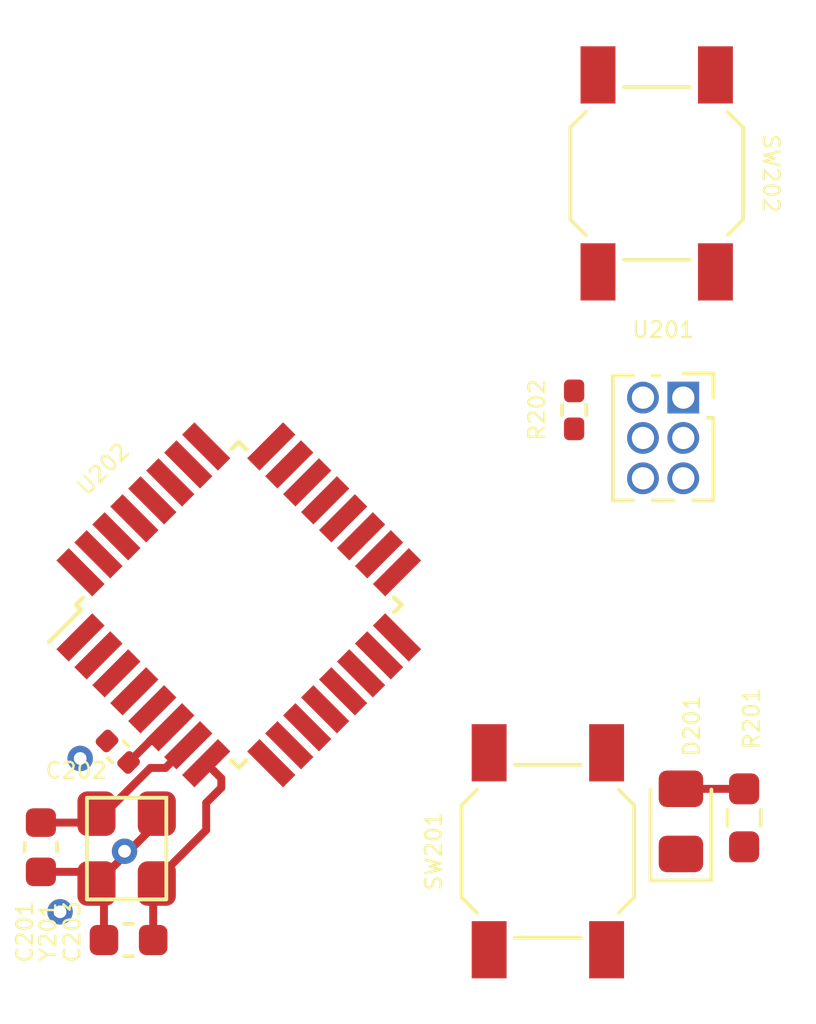
<source format=kicad_pcb>
(kicad_pcb (version 20221018) (generator pcbnew)
  (layers (0 "F.Cu" signal) (31 "B.Cu" signal) (34 "B.Paste" user) (35 "F.Paste" user) (36 "B.SilkS" user "B.Silkscreen") (37 "F.SilkS" user "F.Silkscreen") (38 "B.Mask" user) (39 "F.Mask" user) (44 "Edge.Cuts" user))
  (net 0 "")
  (net 1 "GND")
  (net 2 "/X1")
  (net 3 "/X2")
  (net 4 "/LED")
  (net 5 "Net-(D201-A)")
  (net 6 "/5V")
  (net 7 "/reset")
  (net 8 "/MOSI")
  (net 9 "/MISO")
  (net 10 "/D3")
  (net 11 "/D4")
  (net 12 "/D5")
  (net 13 "/D6")
  (net 14 "/D7")
  (net 15 "/D8")
  (net 16 "/D9")
  (net 17 "/D10")
  (net 18 "/A6")
  (net 19 "/A7")
  (net 20 "/A0")
  (net 21 "/A1")
  (net 22 "/A2")
  (net 23 "/A3")
  (net 24 "/A4")
  (net 25 "/A5")
  (net 26 "/D0")
  (net 27 "/D1")
  (net 28 "/D2")
  (footprint "Resistor_SMD:R_0603_1608Metric_Pad0.98x0.95mm_HandSolder" (layer "F.Cu") (at 153.629 104.2315 90)
    (fp_text reference "R201" (at 3.126 0.232 90 unlocked) (layer "F.SilkS") (effects (font (size 0.5 0.5) (thickness 0.075))))
    (fp_text value "6k2")
    (fp_line (start -0.254724 -0.5225) (end 0.254724 -0.5225) (stroke (width 0.12)) (layer "F.SilkS"))
    (fp_line (start -0.254724 0.5225) (end 0.254724 0.5225) (stroke (width 0.12)) (layer "F.SilkS"))
    (pad "1" smd roundrect (at -0.9125 0 90) (size 0.975 0.95) (layers "F.Cu" "F.Paste" "F.Mask") (net 6 "/5V"))
    (pad "2" smd roundrect (at 0.9125 0 90) (size 0.975 0.95) (layers "F.Cu" "F.Paste" "F.Mask") (net 5 "Net-(D201-A)"))
  )
  (footprint "Capacitor_SMD:C_0603_1608Metric" (layer "F.Cu") (at 131.477 105.156 90)
    (fp_text reference "C201" (at -2.667 -0.508 90 unlocked) (layer "F.SilkS") (effects (font (size 0.5 0.5) (thickness 0.075))))
    (fp_text value "12pF")
    (fp_line (start -0.14058 -0.51) (end 0.14058 -0.51) (stroke (width 0.12)) (layer "F.SilkS"))
    (fp_line (start -0.14058 0.51) (end 0.14058 0.51) (stroke (width 0.12)) (layer "F.SilkS"))
    (pad "1" smd roundrect (at -0.775 0 90) (size 0.9 0.95) (layers "F.Cu" "F.Paste" "F.Mask") (net 1 "GND"))
    (pad "2" smd roundrect (at 0.775 0 90) (size 0.9 0.95) (layers "F.Cu" "F.Paste" "F.Mask") (net 2 "/X1"))
  )
  (footprint "Connector_PinSocket_1.27mm:PinSocket_2x03_P1.27mm_Vertical" (layer "F.Cu") (at 151.713 91.004)
    (fp_text reference "U201" (at -0.635 -2.135 unlocked) (layer "F.SilkS") (effects (font (size 0.5 0.5) (thickness 0.075))))
    (fp_text value "HEADER_3x2")
    (fp_line (start -2.22 -0.695) (end -2.22 3.235) (stroke (width 0.12)) (layer "F.SilkS"))
    (fp_line (start -2.22 -0.695) (end -1.57753 -0.695) (stroke (width 0.12)) (layer "F.SilkS"))
    (fp_line (start -2.22 3.235) (end -1.57753 3.235) (stroke (width 0.12)) (layer "F.SilkS"))
    (fp_line (start -0.96247 -0.695) (end -0.76 -0.695) (stroke (width 0.12)) (layer "F.SilkS"))
    (fp_line (start -0.96247 3.235) (end -0.30753 3.235) (stroke (width 0.12)) (layer "F.SilkS"))
    (fp_line (start 0 -0.76) (end 0.95 -0.76) (stroke (width 0.12)) (layer "F.SilkS"))
    (fp_line (start 0.30753 3.235) (end 0.95 3.235) (stroke (width 0.12)) (layer "F.SilkS"))
    (fp_line (start 0.76 0.635) (end 0.95 0.635) (stroke (width 0.12)) (layer "F.SilkS"))
    (fp_line (start 0.95 -0.76) (end 0.95 0) (stroke (width 0.12)) (layer "F.SilkS"))
    (fp_line (start 0.95 0.635) (end 0.95 3.235) (stroke (width 0.12)) (layer "F.SilkS"))
    (pad "1" thru_hole rect (at 0 0) (size 1 1) (drill 0.7) (layers "*.Cu" "*.Mask") (net 1 "GND"))
    (pad "2" thru_hole oval (at -1.27 0) (size 1 1) (drill 0.7) (layers "*.Cu" "*.Mask") (net 7 "/reset"))
    (pad "3" thru_hole oval (at 0 1.27) (size 1 1) (drill 0.7) (layers "*.Cu" "*.Mask") (net 8 "/MOSI"))
    (pad "4" thru_hole oval (at -1.27 1.27) (size 1 1) (drill 0.7) (layers "*.Cu" "*.Mask") (net 4 "/LED"))
    (pad "5" thru_hole oval (at 0 2.54) (size 1 1) (drill 0.7) (layers "*.Cu" "*.Mask") (net 6 "/5V"))
    (pad "6" thru_hole oval (at -1.27 2.54) (size 1 1) (drill 0.7) (layers "*.Cu" "*.Mask") (net 9 "/MISO"))
  )
  (footprint "LED_SMD:LED_0805_2012Metric_Pad1.15x1.40mm_HandSolder" (layer "F.Cu") (at 151.638 104.342 90)
    (fp_text reference "D201" (at 3.008 0.34 90 unlocked) (layer "F.SilkS") (effects (font (size 0.5 0.5) (thickness 0.075))))
    (fp_text value "LED")
    (fp_line (start -1.86 -0.96) (end -1.86 0.96) (stroke (width 0.12)) (layer "F.SilkS"))
    (fp_line (start -1.86 0.96) (end 1 0.96) (stroke (width 0.12)) (layer "F.SilkS"))
    (fp_line (start 1 -0.96) (end -1.86 -0.96) (stroke (width 0.12)) (layer "F.SilkS"))
    (pad "1" smd roundrect (at -1.025 0 90) (size 1.15 1.4) (layers "F.Cu" "F.Paste" "F.Mask") (roundrect_rratio 0.217391) (net 4 "/LED"))
    (pad "2" smd roundrect (at 1.025 0 90) (size 1.15 1.4) (layers "F.Cu" "F.Paste" "F.Mask") (roundrect_rratio 0.217391) (net 5 "Net-(D201-A)"))
  )
  (footprint "Resistor_SMD:R_0402_1005Metric_Pad0.72x0.64mm_HandSolder" (layer "F.Cu") (at 148.274 91.39 90)
    (fp_text reference "R202" (at 0 -1.17 90 unlocked) (layer "F.SilkS") (effects (font (size 0.5 0.5) (thickness 0.075))))
    (fp_text value "10k")
    (fp_line (start -0.167621 -0.38) (end 0.167621 -0.38) (stroke (width 0.12)) (layer "F.SilkS"))
    (fp_line (start -0.167621 0.38) (end 0.167621 0.38) (stroke (width 0.12)) (layer "F.SilkS"))
    (pad "1" smd roundrect (at -0.5975 0 90) (size 0.715 0.64) (layers "F.Cu" "F.Paste" "F.Mask") (net 6 "/5V"))
    (pad "2" smd roundrect (at 0.5975 0 90) (size 0.715 0.64) (layers "F.Cu" "F.Paste" "F.Mask") (net 7 "/reset"))
  )
  (footprint "Capacitor_SMD:C_0402_1005Metric" (layer "F.Cu") (at 133.899589 102.149589 135)
    (fp_text reference "C202" (at 0.507829 -1.347038 unlocked) (layer "F.SilkS") (effects (font (size 0.5 0.5) (thickness 0.075))))
    (fp_text value "100nF")
    (fp_line (start -0.107836 -0.36) (end 0.107836 -0.36) (stroke (width 0.12)) (layer "F.SilkS"))
    (fp_line (start -0.107836 0.36) (end 0.107836 0.36) (stroke (width 0.12)) (layer "F.SilkS"))
    (pad "1" smd roundrect (at -0.48 0 135) (size 0.56 0.62) (layers "F.Cu" "F.Paste" "F.Mask") (net 6 "/5V"))
    (pad "2" smd roundrect (at 0.48 0 135) (size 0.56 0.62) (layers "F.Cu" "F.Paste" "F.Mask") (net 1 "GND"))
  )
  (footprint "custom_kicad_lib_sk:default_switch" (layer "F.Cu") (at 147.447 105.283 90)
    (fp_text reference "SW201" (at 0 -3.6 90 unlocked) (layer "F.SilkS") (effects (font (size 0.5 0.5) (thickness 0.075))))
    (fp_text value "default_switch")
    (fp_line (start -2.72 1.04) (end -2.72 -1.04) (stroke (width 0.12)) (layer "F.SilkS"))
    (fp_line (start -1.45 -2.72) (end -1.94 -2.23) (stroke (width 0.12)) (layer "F.SilkS"))
    (fp_line (start -1.45 -2.72) (end 1.45 -2.72) (stroke (width 0.12)) (layer "F.SilkS"))
    (fp_line (start -1.45 2.72) (end -1.94 2.23) (stroke (width 0.12)) (layer "F.SilkS"))
    (fp_line (start -1.45 2.72) (end 1.45 2.72) (stroke (width 0.12)) (layer "F.SilkS"))
    (fp_line (start 1.45 -2.72) (end 1.94 -2.23) (stroke (width 0.12)) (layer "F.SilkS"))
    (fp_line (start 1.45 2.72) (end 1.94 2.23) (stroke (width 0.12)) (layer "F.SilkS"))
    (fp_line (start 2.72 1.04) (end 2.72 -1.04) (stroke (width 0.12)) (layer "F.SilkS"))
    (pad "1" smd rect (at -3.1 -1.85 90) (size 1.8 1.1) (layers "F.Cu" "F.Paste" "F.Mask") (net 1 "GND"))
    (pad "1" smd rect (at 3.1 -1.85 90) (size 1.8 1.1) (layers "F.Cu" "F.Paste" "F.Mask") (net 1 "GND"))
    (pad "2" smd rect (at -3.1 1.85 90) (size 1.8 1.1) (layers "F.Cu" "F.Paste" "F.Mask") (net 4 "/LED"))
    (pad "2" smd rect (at 3.1 1.85 90) (size 1.8 1.1) (layers "F.Cu" "F.Paste" "F.Mask") (net 4 "/LED"))
  )
  (footprint "custom_kicad_lib_sk:default_switch" (layer "F.Cu") (at 150.876 83.947 -90)
    (fp_text reference "SW202" (at 0 -3.6 -90 unlocked) (layer "F.SilkS") (effects (font (size 0.5 0.5) (thickness 0.075))))
    (fp_text value "default_switch")
    (fp_line (start -2.72 1.04) (end -2.72 -1.04) (stroke (width 0.12)) (layer "F.SilkS"))
    (fp_line (start -1.45 -2.72) (end -1.94 -2.23) (stroke (width 0.12)) (layer "F.SilkS"))
    (fp_line (start -1.45 -2.72) (end 1.45 -2.72) (stroke (width 0.12)) (layer "F.SilkS"))
    (fp_line (start -1.45 2.72) (end -1.94 2.23) (stroke (width 0.12)) (layer "F.SilkS"))
    (fp_line (start -1.45 2.72) (end 1.45 2.72) (stroke (width 0.12)) (layer "F.SilkS"))
    (fp_line (start 1.45 -2.72) (end 1.94 -2.23) (stroke (width 0.12)) (layer "F.SilkS"))
    (fp_line (start 1.45 2.72) (end 1.94 2.23) (stroke (width 0.12)) (layer "F.SilkS"))
    (fp_line (start 2.72 1.04) (end 2.72 -1.04) (stroke (width 0.12)) (layer "F.SilkS"))
    (pad "1" smd rect (at -3.1 -1.85 270) (size 1.8 1.1) (layers "F.Cu" "F.Paste" "F.Mask") (net 1 "GND"))
    (pad "1" smd rect (at 3.1 -1.85 270) (size 1.8 1.1) (layers "F.Cu" "F.Paste" "F.Mask") (net 1 "GND"))
    (pad "2" smd rect (at -3.1 1.85 270) (size 1.8 1.1) (layers "F.Cu" "F.Paste" "F.Mask") (net 7 "/reset"))
    (pad "2" smd rect (at 3.1 1.85 270) (size 1.8 1.1) (layers "F.Cu" "F.Paste" "F.Mask") (net 7 "/reset"))
  )
  (footprint "Capacitor_SMD:C_0603_1608Metric" (layer "F.Cu") (at 134.239 108.077)
    (fp_text reference "C203" (at -1.778 -0.254 90 unlocked) (layer "F.SilkS") (effects (font (size 0.5 0.5) (thickness 0.075))))
    (fp_text value "12pF")
    (fp_line (start -0.14058 -0.51) (end 0.14058 -0.51) (stroke (width 0.12)) (layer "F.SilkS"))
    (fp_line (start -0.14058 0.51) (end 0.14058 0.51) (stroke (width 0.12)) (layer "F.SilkS"))
    (pad "1" smd roundrect (at -0.775 0) (size 0.9 0.95) (layers "F.Cu" "F.Paste" "F.Mask") (net 1 "GND"))
    (pad "2" smd roundrect (at 0.775 0) (size 0.9 0.95) (layers "F.Cu" "F.Paste" "F.Mask") (net 3 "/X2"))
  )
  (footprint "Package_QFP:TQFP-32_7x7mm_P0.8mm" (layer "F.Cu") (at 137.709 97.526 45)
    (fp_text reference "U202" (at 0 -6.05 45 unlocked) (layer "F.SilkS") (effects (font (size 0.5 0.5) (thickness 0.075))))
    (fp_text value "ATmega328-A")
    (fp_line (start -3.625 -3.625) (end -3.625 -3.4) (stroke (width 0.15)) (layer "F.SilkS"))
    (fp_line (start -3.625 -3.625) (end -3.3 -3.625) (stroke (width 0.15)) (layer "F.SilkS"))
    (fp_line (start -3.625 -3.4) (end -5.05 -3.4) (stroke (width 0.15)) (layer "F.SilkS"))
    (fp_line (start -3.625 3.625) (end -3.625 3.3) (stroke (width 0.15)) (layer "F.SilkS"))
    (fp_line (start -3.625 3.625) (end -3.3 3.625) (stroke (width 0.15)) (layer "F.SilkS"))
    (fp_line (start 3.625 -3.625) (end 3.3 -3.625) (stroke (width 0.15)) (layer "F.SilkS"))
    (fp_line (start 3.625 -3.625) (end 3.625 -3.3) (stroke (width 0.15)) (layer "F.SilkS"))
    (fp_line (start 3.625 3.625) (end 3.3 3.625) (stroke (width 0.15)) (layer "F.SilkS"))
    (fp_line (start 3.625 3.625) (end 3.625 3.3) (stroke (width 0.15)) (layer "F.SilkS"))
    (pad "1" smd rect (at -4.25 -2.8 45) (size 1.6 0.55) (layers "F.Cu" "F.Paste" "F.Mask") (net 10 "/D3"))
    (pad "2" smd rect (at -4.25 -2 45) (size 1.6 0.55) (layers "F.Cu" "F.Paste" "F.Mask") (net 11 "/D4"))
    (pad "3" smd rect (at -4.25 -1.2 45) (size 1.6 0.55) (layers "F.Cu" "F.Paste" "F.Mask") (net 1 "GND"))
    (pad "4" smd rect (at -4.25 -0.4 45) (size 1.6 0.55) (layers "F.Cu" "F.Paste" "F.Mask") (net 6 "/5V"))
    (pad "5" smd rect (at -4.25 0.4 45) (size 1.6 0.55) (layers "F.Cu" "F.Paste" "F.Mask") (net 1 "GND"))
    (pad "6" smd rect (at -4.25 1.2 45) (size 1.6 0.55) (layers "F.Cu" "F.Paste" "F.Mask") (net 6 "/5V"))
    (pad "7" smd rect (at -4.25 2 45) (size 1.6 0.55) (layers "F.Cu" "F.Paste" "F.Mask") (net 2 "/X1"))
    (pad "8" smd rect (at -4.25 2.8 45) (size 1.6 0.55) (layers "F.Cu" "F.Paste" "F.Mask") (net 3 "/X2"))
    (pad "9" smd rect (at -2.8 4.25 135) (size 1.6 0.55) (layers "F.Cu" "F.Paste" "F.Mask") (net 12 "/D5"))
    (pad "10" smd rect (at -2 4.25 135) (size 1.6 0.55) (layers "F.Cu" "F.Paste" "F.Mask") (net 13 "/D6"))
    (pad "11" smd rect (at -1.2 4.25 135) (size 1.6 0.55) (layers "F.Cu" "F.Paste" "F.Mask") (net 14 "/D7"))
    (pad "12" smd rect (at -0.4 4.25 135) (size 1.6 0.55) (layers "F.Cu" "F.Paste" "F.Mask") (net 15 "/D8"))
    (pad "13" smd rect (at 0.4 4.25 135) (size 1.6 0.55) (layers "F.Cu" "F.Paste" "F.Mask") (net 16 "/D9"))
    (pad "14" smd rect (at 1.2 4.25 135) (size 1.6 0.55) (layers "F.Cu" "F.Paste" "F.Mask") (net 17 "/D10"))
    (pad "15" smd rect (at 2 4.25 135) (size 1.6 0.55) (layers "F.Cu" "F.Paste" "F.Mask") (net 8 "/MOSI"))
    (pad "16" smd rect (at 2.8 4.25 135) (size 1.6 0.55) (layers "F.Cu" "F.Paste" "F.Mask") (net 9 "/MISO"))
    (pad "17" smd rect (at 4.25 2.8 45) (size 1.6 0.55) (layers "F.Cu" "F.Paste" "F.Mask") (net 4 "/LED"))
    (pad "18" smd rect (at 4.25 2 45) (size 1.6 0.55) (layers "F.Cu" "F.Paste" "F.Mask") (net 6 "/5V"))
    (pad "19" smd rect (at 4.25 1.2 45) (size 1.6 0.55) (layers "F.Cu" "F.Paste" "F.Mask") (net 18 "/A6"))
    (pad "20" smd rect (at 4.25 0.4 45) (size 1.6 0.55) (layers "F.Cu" "F.Paste" "F.Mask"))
    (pad "21" smd rect (at 4.25 -0.4 45) (size 1.6 0.55) (layers "F.Cu" "F.Paste" "F.Mask") (net 1 "GND"))
    (pad "22" smd rect (at 4.25 -1.2 45) (size 1.6 0.55) (layers "F.Cu" "F.Paste" "F.Mask") (net 19 "/A7"))
    (pad "23" smd rect (at 4.25 -2 45) (size 1.6 0.55) (layers "F.Cu" "F.Paste" "F.Mask") (net 20 "/A0"))
    (pad "24" smd rect (at 4.25 -2.8 45) (size 1.6 0.55) (layers "F.Cu" "F.Paste" "F.Mask") (net 21 "/A1"))
    (pad "25" smd rect (at 2.8 -4.25 135) (size 1.6 0.55) (layers "F.Cu" "F.Paste" "F.Mask") (net 22 "/A2"))
    (pad "26" smd rect (at 2 -4.25 135) (size 1.6 0.55) (layers "F.Cu" "F.Paste" "F.Mask") (net 23 "/A3"))
    (pad "27" smd rect (at 1.2 -4.25 135) (size 1.6 0.55) (layers "F.Cu" "F.Paste" "F.Mask") (net 24 "/A4"))
    (pad "28" smd rect (at 0.4 -4.25 135) (size 1.6 0.55) (layers "F.Cu" "F.Paste" "F.Mask") (net 25 "/A5"))
    (pad "29" smd rect (at -0.4 -4.25 135) (size 1.6 0.55) (layers "F.Cu" "F.Paste" "F.Mask") (net 7 "/reset"))
    (pad "30" smd rect (at -1.2 -4.25 135) (size 1.6 0.55) (layers "F.Cu" "F.Paste" "F.Mask") (net 26 "/D0"))
    (pad "31" smd rect (at -2 -4.25 135) (size 1.6 0.55) (layers "F.Cu" "F.Paste" "F.Mask") (net 27 "/D1"))
    (pad "32" smd rect (at -2.8 -4.25 135) (size 1.6 0.55) (layers "F.Cu" "F.Paste" "F.Mask") (net 28 "/D2"))
  )
  (footprint "custom_kicad_lib_sk:crystal_arduino" (layer "F.Cu") (at 134.398 105.249 -90)
    (fp_text reference "Y201" (at 2.574 2.699 90 unlocked) (layer "F.SilkS") (effects (font (size 0.5 0.5) (thickness 0.075))))
    (fp_text value "Crystal_GND2")
    (fp_rect (start -1.65 -1.03) (end 1.55 1.47) (stroke (width 0.12)) (fill none) (layer "F.SilkS"))
    (pad "1" smd roundrect (at -1.15 1.17 270) (size 1.4 1.2) (layers "F.Cu" "F.Paste" "F.Mask") (net 2 "/X1"))
    (pad "2" smd roundrect (at 1.05 1.17 270) (size 1.4 1.2) (layers "F.Cu" "F.Paste" "F.Mask") (net 1 "GND"))
    (pad "3" smd roundrect (at 1.05 -0.73 270) (size 1.4 1.2) (layers "F.Cu" "F.Paste" "F.Mask") (net 3 "/X2"))
    (pad "4" smd roundrect (at -1.15 -0.73 270) (size 1.4 1.2) (layers "F.Cu" "F.Paste" "F.Mask") (net 1 "GND"))
  )
  (segment (start 135.128 104.399) (end 134.244 105.283) (width 0.25) (layer "F.Cu") (net 1))
  (segment (start 132.86 105.931) (end 133.228 106.299) (width 0.25) (layer "F.Cu") (net 1))
  (segment (start 133.464 106.535) (end 133.228 106.299) (width 0.25) (layer "F.Cu") (net 1))
  (segment (start 134.112 105.415) (end 133.228 106.299) (width 0.25) (layer "F.Cu") (net 1))
  (segment (start 134.112 105.283) (end 134.112 105.415) (width 0.25) (layer "F.Cu") (net 1))
  (segment (start 134.244 105.283) (end 134.112 105.283) (width 0.25) (layer "F.Cu") (net 1))
  (segment (start 133.464 108.077) (end 133.464 106.535) (width 0.25) (layer "F.Cu") (net 1))
  (segment (start 135.128 104.099) (end 135.128 104.399) (width 0.25) (layer "F.Cu") (net 1))
  (segment (start 131.477 105.931) (end 132.86 105.931) (width 0.25) (layer "F.Cu") (net 1))
  (via (at 132.08 107.188) (size 0.8) (drill 0.4) (layers "F.Cu" "B.Cu") (net 1))
  (via (at 132.715 102.362) (size 0.8) (drill 0.4) (layers "F.Cu" "B.Cu") (net 1))
  (via (at 134.112 105.283) (size 0.8) (drill 0.4) (layers "F.Cu" "B.Cu") (net 1))
  (segment (start 135.40303 102.660397) (end 134.923203 102.660397) (width 0.25) (layer "F.Cu") (net 2))
  (segment (start 132.946 104.381) (end 133.228 104.099) (width 0.25) (layer "F.Cu") (net 2))
  (segment (start 133.4846 104.099) (end 133.228 104.099) (width 0.25) (layer "F.Cu") (net 2))
  (segment (start 134.923203 102.660397) (end 133.4846 104.099) (width 0.25) (layer "F.Cu") (net 2))
  (segment (start 131.477 104.381) (end 132.946 104.381) (width 0.25) (layer "F.Cu") (net 2))
  (segment (start 136.11801 101.945417) (end 135.40303 102.660397) (width 0.25) (layer "F.Cu") (net 2))
  (segment (start 136.683695 104.616305) (end 135.128 106.172) (width 0.25) (layer "F.Cu") (net 3))
  (segment (start 137.16 103.282695) (end 136.683695 103.759) (width 0.25) (layer "F.Cu") (net 3))
  (segment (start 136.683695 103.759) (end 136.683695 104.616305) (width 0.25) (layer "F.Cu") (net 3))
  (segment (start 135.014 106.413) (end 135.128 106.299) (width 0.25) (layer "F.Cu") (net 3))
  (segment (start 135.014 108.077) (end 135.014 106.413) (width 0.25) (layer "F.Cu") (net 3))
  (segment (start 136.683695 102.511103) (end 137.16 102.987408) (width 0.25) (layer "F.Cu") (net 3))
  (segment (start 137.16 102.987408) (end 137.16 103.282695) (width 0.25) (layer "F.Cu") (net 3))
  (segment (start 151.64 103.319) (end 151.638 103.317) (width 0.25) (layer "F.Cu") (net 5))
  (segment (start 153.629 103.319) (end 151.64 103.319) (width 0.25) (layer "F.Cu") (net 5))
  (segment (start 135.552324 101.379732) (end 135.348268 101.379732) (width 0.25) (layer "F.Cu") (net 6))
  (segment (start 135.348268 101.379732) (end 134.239 102.489) (width 0.25) (layer "F.Cu") (net 6))
)
</source>
